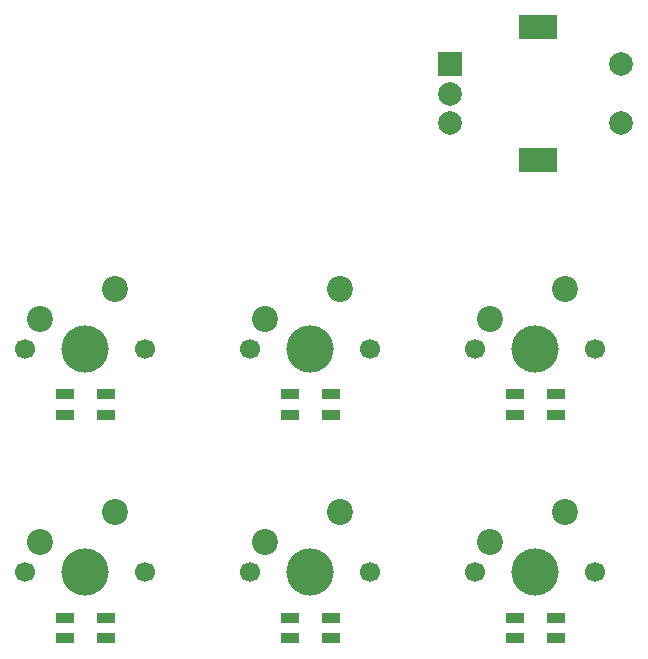
<source format=gbr>
%TF.GenerationSoftware,KiCad,Pcbnew,9.0.6*%
%TF.CreationDate,2025-12-24T13:36:20+01:00*%
%TF.ProjectId,Macropad,4d616372-6f70-4616-942e-6b696361645f,rev?*%
%TF.SameCoordinates,Original*%
%TF.FileFunction,Soldermask,Top*%
%TF.FilePolarity,Negative*%
%FSLAX46Y46*%
G04 Gerber Fmt 4.6, Leading zero omitted, Abs format (unit mm)*
G04 Created by KiCad (PCBNEW 9.0.6) date 2025-12-24 13:36:20*
%MOMM*%
%LPD*%
G01*
G04 APERTURE LIST*
%ADD10C,1.700000*%
%ADD11C,4.000000*%
%ADD12C,2.200000*%
%ADD13R,1.600000X0.850000*%
%ADD14R,2.000000X2.000000*%
%ADD15C,2.000000*%
%ADD16R,3.200000X2.000000*%
G04 APERTURE END LIST*
D10*
%TO.C,SW3*%
X171132500Y-88265000D03*
D11*
X176212500Y-88265000D03*
D10*
X181292500Y-88265000D03*
D12*
X178752500Y-83185000D03*
X172402500Y-85725000D03*
%TD*%
D13*
%TO.C,D3*%
X174462500Y-92152500D03*
X174462500Y-93902500D03*
X177962500Y-93902500D03*
X177962500Y-92152500D03*
%TD*%
D14*
%TO.C,SW7*%
X188012500Y-64175000D03*
D15*
X188012500Y-69175000D03*
X188012500Y-66675000D03*
D16*
X195512500Y-61075000D03*
X195512500Y-72275000D03*
D15*
X202512500Y-69175000D03*
X202512500Y-64175000D03*
%TD*%
D13*
%TO.C,D4*%
X174462500Y-111043750D03*
X174462500Y-112793750D03*
X177962500Y-112793750D03*
X177962500Y-111043750D03*
%TD*%
D10*
%TO.C,SW2*%
X152082500Y-107156250D03*
D11*
X157162500Y-107156250D03*
D10*
X162242500Y-107156250D03*
D12*
X159702500Y-102076250D03*
X153352500Y-104616250D03*
%TD*%
D10*
%TO.C,SW4*%
X171132500Y-107156250D03*
D11*
X176212500Y-107156250D03*
D10*
X181292500Y-107156250D03*
D12*
X178752500Y-102076250D03*
X172402500Y-104616250D03*
%TD*%
D10*
%TO.C,SW6*%
X190182500Y-107156250D03*
D11*
X195262500Y-107156250D03*
D10*
X200342500Y-107156250D03*
D12*
X197802500Y-102076250D03*
X191452500Y-104616250D03*
%TD*%
D13*
%TO.C,D6*%
X193512500Y-111043750D03*
X193512500Y-112793750D03*
X197012500Y-112793750D03*
X197012500Y-111043750D03*
%TD*%
%TO.C,D1*%
X155412500Y-92152500D03*
X155412500Y-93902500D03*
X158912500Y-93902500D03*
X158912500Y-92152500D03*
%TD*%
D10*
%TO.C,SW5*%
X190182500Y-88265000D03*
D11*
X195262500Y-88265000D03*
D10*
X200342500Y-88265000D03*
D12*
X197802500Y-83185000D03*
X191452500Y-85725000D03*
%TD*%
D10*
%TO.C,SW1*%
X152082500Y-88265000D03*
D11*
X157162500Y-88265000D03*
D10*
X162242500Y-88265000D03*
D12*
X159702500Y-83185000D03*
X153352500Y-85725000D03*
%TD*%
D13*
%TO.C,D5*%
X193512500Y-92152500D03*
X193512500Y-93902500D03*
X197012500Y-93902500D03*
X197012500Y-92152500D03*
%TD*%
%TO.C,D2*%
X155412500Y-111043750D03*
X155412500Y-112793750D03*
X158912500Y-112793750D03*
X158912500Y-111043750D03*
%TD*%
M02*

</source>
